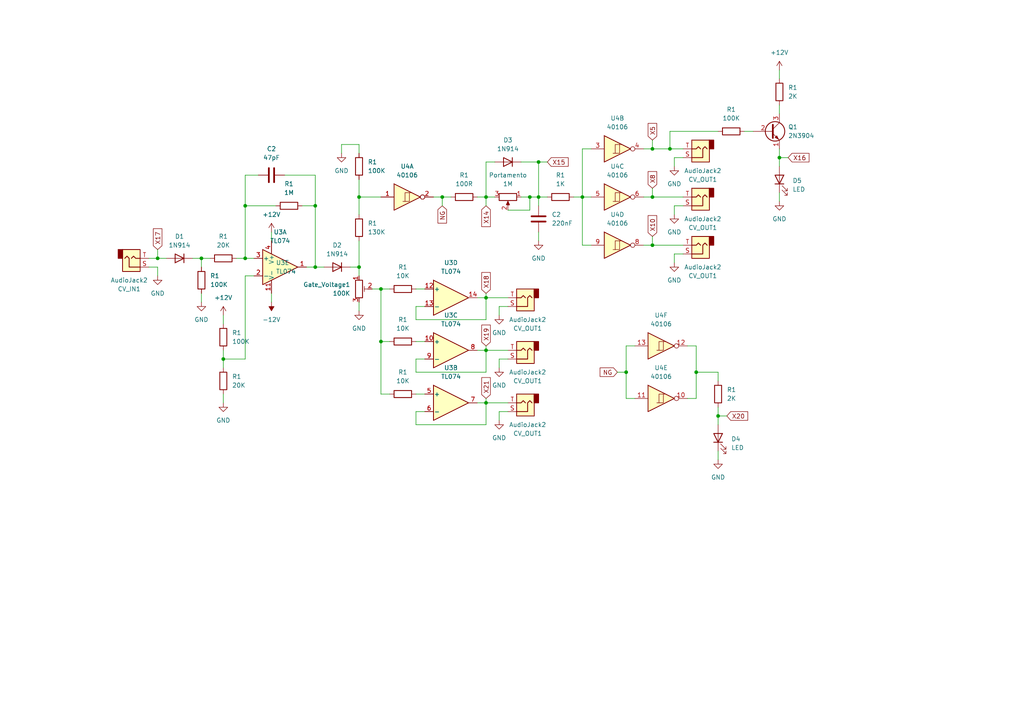
<source format=kicad_sch>
(kicad_sch (version 20230121) (generator eeschema)
  (paper "A4")
  (lib_symbols
    (symbol "4xxx:40106" (pin_names (offset 1.016))
      (property "Reference" "U" (at 0 1.27 0))
      (property "Value" "40106" (at 0 -1.27 0))
      (symbol "40106_1_0"
        (polyline (pts (xy -0.635 -1.27) (xy -0.635 1.27) (xy 0.635 1.27)))
        (polyline (pts (xy -3.81 3.81) (xy -3.81 -3.81) (xy 3.81 0) (xy -3.81 3.81)) (stroke (width 0.254)) (fill (type background)))
        (polyline (pts (xy -1.27 -1.27) (xy 0.635 -1.27) (xy 0.635 1.27) (xy 1.27 1.27)))
        (pin input line (at -7.62 0 0) (length 3.81) (name "~") (number "1"))
        (pin output inverted (at 7.62 0 180) (length 3.81) (name "~") (number "2"))
      )
      (symbol "40106_2_0"
        (polyline (pts (xy -0.635 -1.27) (xy -0.635 1.27) (xy 0.635 1.27)))
        (polyline (pts (xy -3.81 3.81) (xy -3.81 -3.81) (xy 3.81 0) (xy -3.81 3.81)) (stroke (width 0.254)) (fill (type background)))
        (polyline (pts (xy -1.27 -1.27) (xy 0.635 -1.27) (xy 0.635 1.27) (xy 1.27 1.27)))
        (pin input line (at -7.62 0 0) (length 3.81) (name "~") (number "3"))
        (pin output inverted (at 7.62 0 180) (length 3.81) (name "~") (number "4"))
      )
      (symbol "40106_3_0"
        (polyline (pts (xy -0.635 -1.27) (xy -0.635 1.27) (xy 0.635 1.27)))
        (polyline (pts (xy -3.81 3.81) (xy -3.81 -3.81) (xy 3.81 0) (xy -3.81 3.81)) (stroke (width 0.254)) (fill (type background)))
        (polyline (pts (xy -1.27 -1.27) (xy 0.635 -1.27) (xy 0.635 1.27) (xy 1.27 1.27)))
        (pin input line (at -7.62 0 0) (length 3.81) (name "~") (number "5"))
        (pin output inverted (at 7.62 0 180) (length 3.81) (name "~") (number "6"))
      )
      (symbol "40106_4_0"
        (polyline (pts (xy -0.635 -1.27) (xy -0.635 1.27) (xy 0.635 1.27)))
        (polyline (pts (xy -3.81 3.81) (xy -3.81 -3.81) (xy 3.81 0) (xy -3.81 3.81)) (stroke (width 0.254)) (fill (type background)))
        (polyline (pts (xy -1.27 -1.27) (xy 0.635 -1.27) (xy 0.635 1.27) (xy 1.27 1.27)))
        (pin output inverted (at 7.62 0 180) (length 3.81) (name "~") (number "8"))
        (pin input line (at -7.62 0 0) (length 3.81) (name "~") (number "9"))
      )
      (symbol "40106_5_0"
        (polyline (pts (xy -0.635 -1.27) (xy -0.635 1.27) (xy 0.635 1.27)))
        (polyline (pts (xy -3.81 3.81) (xy -3.81 -3.81) (xy 3.81 0) (xy -3.81 3.81)) (stroke (width 0.254)) (fill (type background)))
        (polyline (pts (xy -1.27 -1.27) (xy 0.635 -1.27) (xy 0.635 1.27) (xy 1.27 1.27)))
        (pin output inverted (at 7.62 0 180) (length 3.81) (name "~") (number "10"))
        (pin input line (at -7.62 0 0) (length 3.81) (name "~") (number "11"))
      )
      (symbol "40106_6_0"
        (polyline (pts (xy -0.635 -1.27) (xy -0.635 1.27) (xy 0.635 1.27)))
        (polyline (pts (xy -3.81 3.81) (xy -3.81 -3.81) (xy 3.81 0) (xy -3.81 3.81)) (stroke (width 0.254)) (fill (type background)))
        (polyline (pts (xy -1.27 -1.27) (xy 0.635 -1.27) (xy 0.635 1.27) (xy 1.27 1.27)))
        (pin output inverted (at 7.62 0 180) (length 3.81) (name "~") (number "12"))
        (pin input line (at -7.62 0 0) (length 3.81) (name "~") (number "13"))
      )
      (symbol "40106_7_0"
        (pin power_in line (at 0 12.7 270) (length 5.08) (name "VDD") (number "14"))
        (pin power_in line (at 0 -12.7 90) (length 5.08) (name "VSS") (number "7"))
      )
      (symbol "40106_7_1"
        (rectangle (start -5.08 7.62) (end 5.08 -7.62) (stroke (width 0.254)) (fill (type background)))
      )
    )
    (symbol "Amplifier_Operational:TL074" (pin_names (offset 0.127))
      (property "Reference" "U" (at 0 5.08 0))
      (property "Value" "TL074" (at 0 -5.08 0))
      (symbol "TL074_1_1"
        (polyline (pts (xy -5.08 5.08) (xy 5.08 0) (xy -5.08 -5.08) (xy -5.08 5.08)) (stroke (width 0.254)) (fill (type background)))
        (pin output line (at 7.62 0 180) (length 2.54) (name "~") (number "1"))
        (pin input line (at -7.62 -2.54 0) (length 2.54) (name "-") (number "2"))
        (pin input line (at -7.62 2.54 0) (length 2.54) (name "+") (number "3"))
      )
      (symbol "TL074_2_1"
        (polyline (pts (xy -5.08 5.08) (xy 5.08 0) (xy -5.08 -5.08) (xy -5.08 5.08)) (stroke (width 0.254)) (fill (type background)))
        (pin input line (at -7.62 2.54 0) (length 2.54) (name "+") (number "5"))
        (pin input line (at -7.62 -2.54 0) (length 2.54) (name "-") (number "6"))
        (pin output line (at 7.62 0 180) (length 2.54) (name "~") (number "7"))
      )
      (symbol "TL074_3_1"
        (polyline (pts (xy -5.08 5.08) (xy 5.08 0) (xy -5.08 -5.08) (xy -5.08 5.08)) (stroke (width 0.254)) (fill (type background)))
        (pin input line (at -7.62 2.54 0) (length 2.54) (name "+") (number "10"))
        (pin output line (at 7.62 0 180) (length 2.54) (name "~") (number "8"))
        (pin input line (at -7.62 -2.54 0) (length 2.54) (name "-") (number "9"))
      )
      (symbol "TL074_4_1"
        (polyline (pts (xy -5.08 5.08) (xy 5.08 0) (xy -5.08 -5.08) (xy -5.08 5.08)) (stroke (width 0.254)) (fill (type background)))
        (pin input line (at -7.62 2.54 0) (length 2.54) (name "+") (number "12"))
        (pin input line (at -7.62 -2.54 0) (length 2.54) (name "-") (number "13"))
        (pin output line (at 7.62 0 180) (length 2.54) (name "~") (number "14"))
      )
      (symbol "TL074_5_1"
        (pin power_in line (at -2.54 -7.62 90) (length 3.81) (name "V-") (number "11"))
        (pin power_in line (at -2.54 7.62 270) (length 3.81) (name "V+") (number "4"))
      )
    )
    (symbol "Connector-github:AudioJack2"
      (property "Reference" "J" (at 0 8.89 0))
      (property "Value" "AudioJack2" (at 0 6.35 0))
      (symbol "AudioJack2_0_1"
        (rectangle (start -3.81 0) (end -2.54 -2.54) (stroke (width 0.254)) (fill (type outline)))
        (rectangle (start -2.54 3.81) (end 2.54 -2.54) (stroke (width 0.254)) (fill (type background)))
        (polyline (pts (xy 0 0) (xy 0.635 -0.635) (xy 1.27 0) (xy 2.54 0)) (stroke (width 0.254)))
        (polyline (pts (xy 2.54 2.54) (xy -0.635 2.54) (xy -0.635 0) (xy -1.27 -0.635) (xy -1.905 0)) (stroke (width 0.254)))
      )
      (symbol "AudioJack2_1_1"
        (pin passive line (at 5.08 2.54 180) (length 2.54) (name "~") (number "S"))
        (pin passive line (at 5.08 0 180) (length 2.54) (name "~") (number "T"))
      )
    )
    (symbol "Device:C" (pin_numbers hide) (pin_names (offset 0.254))
      (property "Reference" "C" (at 0.635 2.54 0))
      (property "Value" "C" (at 0.635 -2.54 0))
      (symbol "C_0_1"
        (polyline (pts (xy -2.032 -0.762) (xy 2.032 -0.762)) (stroke (width 0.508)))
        (polyline (pts (xy -2.032 0.762) (xy 2.032 0.762)) (stroke (width 0.508)))
      )
      (symbol "C_1_1"
        (pin passive line (at 0 3.81 270) (length 2.794) (name "~") (number "1"))
        (pin passive line (at 0 -3.81 90) (length 2.794) (name "~") (number "2"))
      )
    )
    (symbol "Device:LED" (pin_numbers hide) (pin_names (offset 1.016) hide)
      (property "Reference" "D" (at 0 2.54 0))
      (property "Value" "LED" (at 0 -2.54 0))
      (symbol "LED_0_1"
        (polyline (pts (xy -1.27 -1.27) (xy -1.27 1.27)) (stroke (width 0.254)))
        (polyline (pts (xy -1.27 0) (xy 1.27 0)))
        (polyline (pts (xy 1.27 -1.27) (xy 1.27 1.27) (xy -1.27 0) (xy 1.27 -1.27)) (stroke (width 0.254)))
        (polyline (pts (xy -3.048 -0.762) (xy -4.572 -2.286) (xy -3.81 -2.286) (xy -4.572 -2.286) (xy -4.572 -1.524)))
        (polyline (pts (xy -1.778 -0.762) (xy -3.302 -2.286) (xy -2.54 -2.286) (xy -3.302 -2.286) (xy -3.302 -1.524)))
      )
      (symbol "LED_1_1"
        (pin passive line (at -3.81 0 0) (length 2.54) (name "K") (number "1"))
        (pin passive line (at 3.81 0 180) (length 2.54) (name "A") (number "2"))
      )
    )
    (symbol "Device:R" (pin_numbers hide) (pin_names (offset 0))
      (property "Reference" "R" (at 2.032 0 90))
      (property "Value" "R" (at 0 0 90))
      (symbol "R_0_1"
        (rectangle (start -1.016 -2.54) (end 1.016 2.54) (stroke (width 0.254)))
      )
      (symbol "R_1_1"
        (pin passive line (at 0 3.81 270) (length 1.27) (name "~") (number "1"))
        (pin passive line (at 0 -3.81 90) (length 1.27) (name "~") (number "2"))
      )
    )
    (symbol "Device:R_Potentiometer" (pin_names (offset 1.016) hide)
      (property "Reference" "RV" (at -4.445 0 90))
      (property "Value" "R_Potentiometer" (at -2.54 0 90))
      (symbol "R_Potentiometer_0_1"
        (polyline (pts (xy 2.54 0) (xy 1.524 0)))
        (polyline (pts (xy 1.143 0) (xy 2.286 0.508) (xy 2.286 -0.508) (xy 1.143 0)) (fill (type outline)))
        (rectangle (start 1.016 2.54) (end -1.016 -2.54) (stroke (width 0.254)))
      )
      (symbol "R_Potentiometer_1_1"
        (pin passive line (at 0 3.81 270) (length 1.27) (name "1") (number "1"))
        (pin passive line (at 3.81 0 180) (length 1.27) (name "2") (number "2"))
        (pin passive line (at 0 -3.81 90) (length 1.27) (name "3") (number "3"))
      )
    )
    (symbol "Device:R_Potentiometer_Trim" (pin_names (offset 1.016) hide)
      (property "Reference" "RV" (at -4.445 0 90))
      (property "Value" "R_Potentiometer_Trim" (at -2.54 0 90))
      (symbol "R_Potentiometer_Trim_0_1"
        (polyline (pts (xy 1.524 0.762) (xy 1.524 -0.762)))
        (polyline (pts (xy 2.54 0) (xy 1.524 0)))
        (rectangle (start 1.016 2.54) (end -1.016 -2.54) (stroke (width 0.254)))
      )
      (symbol "R_Potentiometer_Trim_1_1"
        (pin passive line (at 0 3.81 270) (length 1.27) (name "1") (number "1"))
        (pin passive line (at 3.81 0 180) (length 1.27) (name "2") (number "2"))
        (pin passive line (at 0 -3.81 90) (length 1.27) (name "3") (number "3"))
      )
    )
    (symbol "Diode:1N914" (pin_numbers hide) (pin_names hide)
      (property "Reference" "D" (at 0 2.54 0))
      (property "Value" "1N914" (at 0 -2.54 0))
      (symbol "1N914_0_1"
        (polyline (pts (xy -1.27 1.27) (xy -1.27 -1.27)) (stroke (width 0.254)))
        (polyline (pts (xy 1.27 0) (xy -1.27 0)))
        (polyline (pts (xy 1.27 1.27) (xy 1.27 -1.27) (xy -1.27 0) (xy 1.27 1.27)) (stroke (width 0.254)))
      )
      (symbol "1N914_1_1"
        (pin passive line (at -3.81 0 0) (length 2.54) (name "K") (number "1"))
        (pin passive line (at 3.81 0 180) (length 2.54) (name "A") (number "2"))
      )
    )
    (symbol "Transistor_BJT:2N3904" (pin_names (offset 0) hide)
      (property "Reference" "Q" (at 5.08 1.905 0))
      (property "Value" "2N3904" (at 5.08 0 0))
      (symbol "2N3904_0_1"
        (polyline (pts (xy 0.635 0.635) (xy 2.54 2.54)))
        (polyline (pts (xy 0.635 -0.635) (xy 2.54 -2.54) (xy 2.54 -2.54)))
        (polyline (pts (xy 0.635 1.905) (xy 0.635 -1.905) (xy 0.635 -1.905)) (stroke (width 0.508)))
        (polyline (pts (xy 1.27 -1.778) (xy 1.778 -1.27) (xy 2.286 -2.286) (xy 1.27 -1.778) (xy 1.27 -1.778)) (fill (type outline)))
        (circle (center 1.27 0) (radius 2.8194) (stroke (width 0.254)))
      )
      (symbol "2N3904_1_1"
        (pin passive line (at 2.54 -5.08 90) (length 2.54) (name "E") (number "1"))
        (pin passive line (at -5.08 0 0) (length 5.715) (name "B") (number "2"))
        (pin passive line (at 2.54 5.08 270) (length 2.54) (name "C") (number "3"))
      )
    )
    (symbol "power:+12V" (power) (pin_names (offset 0))
      (property "Value" "+12V" (at 0 3.556 0))
      (symbol "+12V_0_1"
        (polyline (pts (xy -0.762 1.27) (xy 0 2.54)))
        (polyline (pts (xy 0 0) (xy 0 2.54)))
        (polyline (pts (xy 0 2.54) (xy 0.762 1.27)))
      )
      (symbol "+12V_1_1"
        (pin power_in line (at 0 0 90) (length 0) hide (name "+12V") (number "1"))
      )
    )
    (symbol "power:-12V" (power) (pin_names (offset 0))
      (property "Value" "-12V" (at 0 3.81 0))
      (symbol "-12V_0_0"
        (pin power_in line (at 0 0 90) (length 0) hide (name "-12V") (number "1"))
      )
      (symbol "-12V_0_1"
        (polyline (pts (xy 0 0) (xy 0 1.27) (xy 0.762 1.27) (xy 0 2.54) (xy -0.762 1.27) (xy 0 1.27)) (fill (type outline)))
      )
    )
    (symbol "power:GND" (power) (pin_names (offset 0))
      (property "Value" "GND" (at 0 -3.81 0))
      (symbol "GND_0_1"
        (polyline (pts (xy 0 0) (xy 0 -1.27) (xy 1.27 -1.27) (xy 0 -2.54) (xy -1.27 -1.27) (xy 0 -1.27)))
      )
      (symbol "GND_1_1"
        (pin power_in line (at 0 0 270) (length 0) hide (name "GND") (number "1"))
      )
    )
  )
  (junction (at 140.97 101.6))
  (junction (at 208.28 120.65))
  (junction (at 189.23 57.15))
  (junction (at 153.67 57.15))
  (junction (at 189.23 71.12))
  (junction (at 91.44 77.47))
  (junction (at 104.14 77.47))
  (junction (at 64.77 104.14))
  (junction (at 189.23 43.18))
  (junction (at 45.72 74.93))
  (junction (at 226.06 45.72))
  (junction (at 110.49 83.82))
  (junction (at 71.12 74.93))
  (junction (at 181.61 107.95))
  (junction (at 156.21 46.99))
  (junction (at 201.93 107.95))
  (junction (at 140.97 86.36))
  (junction (at 91.44 59.69))
  (junction (at 140.97 57.15))
  (junction (at 194.31 43.18))
  (junction (at 71.12 59.69))
  (junction (at 104.14 57.15))
  (junction (at 128.27 57.15))
  (junction (at 168.91 57.15))
  (junction (at 110.49 99.06))
  (junction (at 140.97 116.84))
  (junction (at 58.42 74.93))
  (junction (at 156.21 57.15))
  (wire (pts (xy 140.97 57.15) (xy 143.51 57.15)))
  (wire (pts (xy 226.06 20.32) (xy 226.06 22.86)))
  (wire (pts (xy 73.66 80.01) (xy 71.12 80.01)))
  (wire (pts (xy 189.23 40.64) (xy 189.23 43.18)))
  (wire (pts (xy 171.45 71.12) (xy 168.91 71.12)))
  (wire (pts (xy 64.77 104.14) (xy 64.77 106.68)))
  (wire (pts (xy 140.97 86.36) (xy 147.32 86.36)))
  (wire (pts (xy 208.28 107.95) (xy 201.93 107.95)))
  (wire (pts (xy 120.65 83.82) (xy 123.19 83.82)))
  (wire (pts (xy 151.13 57.15) (xy 153.67 57.15)))
  (wire (pts (xy 168.91 57.15) (xy 171.45 57.15)))
  (wire (pts (xy 153.67 60.96) (xy 153.67 57.15)))
  (wire (pts (xy 199.39 100.33) (xy 201.93 100.33)))
  (wire (pts (xy 140.97 101.6) (xy 147.32 101.6)))
  (wire (pts (xy 140.97 57.15) (xy 140.97 59.69)))
  (wire (pts (xy 91.44 50.8) (xy 91.44 59.69)))
  (wire (pts (xy 201.93 115.57) (xy 199.39 115.57)))
  (wire (pts (xy 208.28 38.1) (xy 194.31 38.1)))
  (wire (pts (xy 189.23 57.15) (xy 198.12 57.15)))
  (wire (pts (xy 226.06 45.72) (xy 226.06 43.18)))
  (wire (pts (xy 140.97 115.57) (xy 140.97 116.84)))
  (wire (pts (xy 64.77 101.6) (xy 64.77 104.14)))
  (wire (pts (xy 104.14 44.45) (xy 104.14 41.91)))
  (wire (pts (xy 123.19 88.9) (xy 120.65 88.9)))
  (wire (pts (xy 168.91 57.15) (xy 166.37 57.15)))
  (wire (pts (xy 198.12 59.69) (xy 195.58 59.69)))
  (wire (pts (xy 140.97 116.84) (xy 138.43 116.84)))
  (wire (pts (xy 110.49 83.82) (xy 113.03 83.82)))
  (wire (pts (xy 120.65 99.06) (xy 123.19 99.06)))
  (wire (pts (xy 99.06 41.91) (xy 99.06 44.45)))
  (wire (pts (xy 194.31 38.1) (xy 194.31 43.18)))
  (wire (pts (xy 195.58 73.66) (xy 198.12 73.66)))
  (wire (pts (xy 201.93 100.33) (xy 201.93 107.95)))
  (wire (pts (xy 45.72 72.39) (xy 45.72 74.93)))
  (wire (pts (xy 128.27 57.15) (xy 130.81 57.15)))
  (wire (pts (xy 153.67 57.15) (xy 156.21 57.15)))
  (wire (pts (xy 195.58 76.2) (xy 195.58 73.66)))
  (wire (pts (xy 120.65 88.9) (xy 120.65 92.71)))
  (wire (pts (xy 151.13 46.99) (xy 156.21 46.99)))
  (wire (pts (xy 125.73 57.15) (xy 128.27 57.15)))
  (wire (pts (xy 147.32 119.38) (xy 144.78 119.38)))
  (wire (pts (xy 198.12 45.72) (xy 195.58 45.72)))
  (wire (pts (xy 104.14 77.47) (xy 104.14 80.01)))
  (wire (pts (xy 140.97 101.6) (xy 138.43 101.6)))
  (wire (pts (xy 226.06 45.72) (xy 228.6 45.72)))
  (wire (pts (xy 91.44 77.47) (xy 93.98 77.47)))
  (wire (pts (xy 58.42 85.09) (xy 58.42 87.63)))
  (wire (pts (xy 181.61 115.57) (xy 181.61 107.95)))
  (wire (pts (xy 147.32 104.14) (xy 144.78 104.14)))
  (wire (pts (xy 189.23 43.18) (xy 194.31 43.18)))
  (wire (pts (xy 71.12 50.8) (xy 71.12 59.69)))
  (wire (pts (xy 104.14 87.63) (xy 104.14 90.17)))
  (wire (pts (xy 71.12 104.14) (xy 64.77 104.14)))
  (wire (pts (xy 218.44 38.1) (xy 215.9 38.1)))
  (wire (pts (xy 158.75 57.15) (xy 156.21 57.15)))
  (wire (pts (xy 64.77 91.44) (xy 64.77 93.98)))
  (wire (pts (xy 147.32 88.9) (xy 144.78 88.9)))
  (wire (pts (xy 194.31 43.18) (xy 198.12 43.18)))
  (wire (pts (xy 208.28 110.49) (xy 208.28 107.95)))
  (wire (pts (xy 91.44 59.69) (xy 91.44 77.47)))
  (wire (pts (xy 107.95 83.82) (xy 110.49 83.82)))
  (wire (pts (xy 110.49 99.06) (xy 113.03 99.06)))
  (wire (pts (xy 184.15 115.57) (xy 181.61 115.57)))
  (wire (pts (xy 195.58 59.69) (xy 195.58 62.23)))
  (wire (pts (xy 58.42 74.93) (xy 55.88 74.93)))
  (wire (pts (xy 120.65 114.3) (xy 123.19 114.3)))
  (wire (pts (xy 226.06 48.26) (xy 226.06 45.72)))
  (wire (pts (xy 189.23 54.61) (xy 189.23 57.15)))
  (wire (pts (xy 186.69 71.12) (xy 189.23 71.12)))
  (wire (pts (xy 189.23 68.58) (xy 189.23 71.12)))
  (wire (pts (xy 45.72 77.47) (xy 45.72 80.01)))
  (wire (pts (xy 201.93 107.95) (xy 201.93 115.57)))
  (wire (pts (xy 43.18 74.93) (xy 45.72 74.93)))
  (wire (pts (xy 73.66 74.93) (xy 71.12 74.93)))
  (wire (pts (xy 91.44 77.47) (xy 88.9 77.47)))
  (wire (pts (xy 140.97 100.33) (xy 140.97 101.6)))
  (wire (pts (xy 226.06 30.48) (xy 226.06 33.02)))
  (wire (pts (xy 140.97 107.95) (xy 140.97 101.6)))
  (wire (pts (xy 43.18 77.47) (xy 45.72 77.47)))
  (wire (pts (xy 138.43 57.15) (xy 140.97 57.15)))
  (wire (pts (xy 71.12 59.69) (xy 71.12 74.93)))
  (wire (pts (xy 144.78 88.9) (xy 144.78 91.44)))
  (wire (pts (xy 144.78 104.14) (xy 144.78 106.68)))
  (wire (pts (xy 184.15 100.33) (xy 181.61 100.33)))
  (wire (pts (xy 128.27 57.15) (xy 128.27 59.69)))
  (wire (pts (xy 208.28 123.19) (xy 208.28 120.65)))
  (wire (pts (xy 110.49 114.3) (xy 110.49 99.06)))
  (wire (pts (xy 140.97 46.99) (xy 140.97 57.15)))
  (wire (pts (xy 74.93 50.8) (xy 71.12 50.8)))
  (wire (pts (xy 181.61 107.95) (xy 179.07 107.95)))
  (wire (pts (xy 140.97 92.71) (xy 140.97 86.36)))
  (wire (pts (xy 71.12 80.01) (xy 71.12 104.14)))
  (wire (pts (xy 156.21 57.15) (xy 156.21 59.69)))
  (wire (pts (xy 120.65 107.95) (xy 140.97 107.95)))
  (wire (pts (xy 147.32 60.96) (xy 153.67 60.96)))
  (wire (pts (xy 156.21 67.31) (xy 156.21 69.85)))
  (wire (pts (xy 140.97 116.84) (xy 147.32 116.84)))
  (wire (pts (xy 123.19 119.38) (xy 120.65 119.38)))
  (wire (pts (xy 104.14 57.15) (xy 110.49 57.15)))
  (wire (pts (xy 113.03 114.3) (xy 110.49 114.3)))
  (wire (pts (xy 226.06 58.42) (xy 226.06 55.88)))
  (wire (pts (xy 208.28 133.35) (xy 208.28 130.81)))
  (wire (pts (xy 123.19 104.14) (xy 120.65 104.14)))
  (wire (pts (xy 78.74 67.31) (xy 78.74 69.85)))
  (wire (pts (xy 104.14 57.15) (xy 104.14 62.23)))
  (wire (pts (xy 120.65 123.19) (xy 140.97 123.19)))
  (wire (pts (xy 87.63 59.69) (xy 91.44 59.69)))
  (wire (pts (xy 144.78 119.38) (xy 144.78 121.92)))
  (wire (pts (xy 120.65 92.71) (xy 140.97 92.71)))
  (wire (pts (xy 64.77 114.3) (xy 64.77 116.84)))
  (wire (pts (xy 110.49 99.06) (xy 110.49 83.82)))
  (wire (pts (xy 104.14 52.07) (xy 104.14 57.15)))
  (wire (pts (xy 101.6 77.47) (xy 104.14 77.47)))
  (wire (pts (xy 104.14 41.91) (xy 99.06 41.91)))
  (wire (pts (xy 181.61 100.33) (xy 181.61 107.95)))
  (wire (pts (xy 78.74 85.09) (xy 78.74 87.63)))
  (wire (pts (xy 189.23 71.12) (xy 198.12 71.12)))
  (wire (pts (xy 186.69 43.18) (xy 189.23 43.18)))
  (wire (pts (xy 208.28 120.65) (xy 208.28 118.11)))
  (wire (pts (xy 104.14 69.85) (xy 104.14 77.47)))
  (wire (pts (xy 120.65 119.38) (xy 120.65 123.19)))
  (wire (pts (xy 143.51 46.99) (xy 140.97 46.99)))
  (wire (pts (xy 140.97 123.19) (xy 140.97 116.84)))
  (wire (pts (xy 71.12 59.69) (xy 80.01 59.69)))
  (wire (pts (xy 58.42 74.93) (xy 58.42 77.47)))
  (wire (pts (xy 171.45 43.18) (xy 168.91 43.18)))
  (wire (pts (xy 168.91 43.18) (xy 168.91 57.15)))
  (wire (pts (xy 82.55 50.8) (xy 91.44 50.8)))
  (wire (pts (xy 156.21 46.99) (xy 156.21 57.15)))
  (wire (pts (xy 156.21 46.99) (xy 158.75 46.99)))
  (wire (pts (xy 140.97 86.36) (xy 138.43 86.36)))
  (wire (pts (xy 140.97 85.09) (xy 140.97 86.36)))
  (wire (pts (xy 60.96 74.93) (xy 58.42 74.93)))
  (wire (pts (xy 195.58 45.72) (xy 195.58 48.26)))
  (wire (pts (xy 208.28 120.65) (xy 210.82 120.65)))
  (wire (pts (xy 186.69 57.15) (xy 189.23 57.15)))
  (wire (pts (xy 71.12 74.93) (xy 68.58 74.93)))
  (wire (pts (xy 120.65 104.14) (xy 120.65 107.95)))
  (wire (pts (xy 168.91 71.12) (xy 168.91 57.15)))
  (wire (pts (xy 48.26 74.93) (xy 45.72 74.93)))
  (global_label "X17" (shape input) (at 45.72 72.39 90) (property "Intersheetrefs" "${INTERSHEET_REFS}" (effects hide)))
  (global_label "X14" (shape input) (at 140.97 59.69 270) (property "Intersheetrefs" "${INTERSHEET_REFS}" (effects hide)))
  (global_label "NG" (shape input) (at 128.27 59.69 270) (property "Intersheetrefs" "${INTERSHEET_REFS}" (effects hide)))
  (global_label "X16" (shape input) (at 228.6 45.72 0) (property "Intersheetrefs" "${INTERSHEET_REFS}" (effects hide)))
  (global_label "X8" (shape input) (at 189.23 54.61 90) (property "Intersheetrefs" "${INTERSHEET_REFS}" (effects hide)))
  (global_label "X10" (shape input) (at 189.23 68.58 90) (property "Intersheetrefs" "${INTERSHEET_REFS}" (effects hide)))
  (global_label "NG" (shape input) (at 179.07 107.95 180) (property "Intersheetrefs" "${INTERSHEET_REFS}" (effects hide)))
  (global_label "X19" (shape input) (at 140.97 100.33 90) (property "Intersheetrefs" "${INTERSHEET_REFS}" (effects hide)))
  (global_label "X18" (shape input) (at 140.97 85.09 90) (property "Intersheetrefs" "${INTERSHEET_REFS}" (effects hide)))
  (global_label "X5" (shape input) (at 189.23 40.64 90) (property "Intersheetrefs" "${INTERSHEET_REFS}" (effects hide)))
  (global_label "X20" (shape input) (at 210.82 120.65 0) (property "Intersheetrefs" "${INTERSHEET_REFS}" (effects hide)))
  (global_label "X21" (shape input) (at 140.97 115.57 90) (property "Intersheetrefs" "${INTERSHEET_REFS}" (effects hide)))
  (global_label "X15" (shape input) (at 158.75 46.99 0) (property "Intersheetrefs" "${INTERSHEET_REFS}" (effects hide)))
  (symbol (lib_id "power:GND") (at 144.78 121.92 0) (unit 1)
    (property "Reference" "#PWR051" (effects hide))
    (property "Value" "GND" (at 144.78 127 0))
  )
  (symbol (lib_id "Connector-github:AudioJack2") (at 203.2 57.15 180) (unit 1) (on_board no)
    (property "Reference" "CV_OUT1" (at 203.835 66.04 0))
    (property "Value" "AudioJack2" (at 203.835 63.5 0))
    (property "Footprint" "Library:Jack_3.5mm_QingPu_WQP-PJ398SM_Vertical_CircularHoles" (effects hide))
    (instances (project "CV-Gate-Expander" (path "" (reference "CV_OUT1") (unit 1)) (path "" (reference "GATE_OUT5") (unit 1))))
  )
  (symbol (lib_id "Amplifier_Operational:TL074") (at 130.81 86.36 0) (unit 4)
    (property "Reference" "U3" (at 130.81 76.2 0))
    (property "Value" "TL074" (at 130.81 78.74 0))
    (property "Footprint" "Package_DIP:DIP-14_W7.62mm_Socket_LongPads" (effects hide))
    (property "Datasheet" "http://www.ti.com/lit/ds/symlink/tl071.pdf" (effects hide))
    (instances (project "CV-Gate-Expander" (path "" (reference "U3") (unit 4)) (path "" (reference "U5") (unit 4))))
  )
  (symbol (lib_id "Device:R") (at 116.84 114.3 270) (unit 1)
    (property "Reference" "R1" (at 116.84 107.95 90))
    (property "Value" "10K" (at 116.84 110.49 90))
    (property "Footprint" "Library:R_Axial_DIN0207_L6.3mm_D2.5mm_P7.62mm_Horizontal" (effects hide))
    (instances (project "CV-Gate-Expander" (path "" (reference "R1") (unit 1)) (path "" (reference "R21") (unit 1))))
  )
  (symbol (lib_id "power:GND") (at 195.58 62.23 0) (unit 1)
    (property "Reference" "#PWR054" (effects hide))
    (property "Value" "GND" (at 195.58 67.31 0))
  )
  (symbol (lib_id "Connector-github:AudioJack2") (at 38.1 74.93 0) (mirror x) (unit 1) (on_board no)
    (property "Reference" "CV_IN1" (at 37.465 83.82 0))
    (property "Value" "AudioJack2" (at 37.465 81.28 0))
    (property "Footprint" "Library:Jack_3.5mm_QingPu_WQP-PJ398SM_Vertical_CircularHoles" (effects hide))
    (instances (project "CV-Gate-Expander" (path "" (reference "CV_IN1") (unit 1)) (path "" (reference "CV_IN3") (unit 1))))
  )
  (symbol (lib_id "Device:R_Potentiometer_Trim") (at 104.14 83.82 0) (unit 1)
    (property "Reference" "Gate_Voltage1" (at 101.6 82.55 0) (effects (justify right)))
    (property "Value" "100K" (at 101.6 85.09 0) (effects (justify right)))
    (property "Footprint" "Potentiometer_THT:Potentiometer_Bourns_3296W_Vertical" (effects hide))
  )
  (symbol (lib_id "Device:R") (at 116.84 99.06 270) (unit 1)
    (property "Reference" "R1" (at 116.84 92.71 90))
    (property "Value" "10K" (at 116.84 95.25 90))
    (property "Footprint" "Library:R_Axial_DIN0207_L6.3mm_D2.5mm_P7.62mm_Horizontal" (effects hide))
    (instances (project "CV-Gate-Expander" (path "" (reference "R1") (unit 1)) (path "" (reference "R20") (unit 1))))
  )
  (symbol (lib_id "power:GND") (at 208.28 133.35 0) (unit 1)
    (property "Reference" "#PWR056" (effects hide))
    (property "Value" "GND" (at 208.28 138.43 0))
  )
  (symbol (lib_id "Diode:1N914") (at 52.07 74.93 180) (unit 1)
    (property "Reference" "D1" (at 52.07 68.58 0))
    (property "Value" "1N914" (at 52.07 71.12 0))
    (property "Footprint" "Diode_THT:D_DO-35_SOD27_P7.62mm_Horizontal" (effects hide))
    (property "Datasheet" "http://www.vishay.com/docs/85622/1n914.pdf" (effects hide))
    (property "Sim.Device" "D" (effects hide))
    (property "Sim.Pins" "1=K 2=A" (effects hide))
  )
  (symbol (lib_id "power:GND") (at 195.58 76.2 0) (unit 1)
    (property "Reference" "#PWR055" (effects hide))
    (property "Value" "GND" (at 195.58 81.28 0))
  )
  (symbol (lib_id "Transistor_BJT:2N3904") (at 223.52 38.1 0) (unit 1)
    (property "Reference" "Q1" (at 228.6 36.83 0) (effects (justify left)))
    (property "Value" "2N3904" (at 228.6 39.37 0) (effects (justify left)))
    (property "Footprint" "Package_TO_SOT_THT:TO-92_Inline" (effects hide))
    (property "Datasheet" "https://www.onsemi.com/pub/Collateral/2N3903-D.PDF" (effects hide))
  )
  (symbol (lib_id "Device:R") (at 134.62 57.15 270) (unit 1)
    (property "Reference" "R1" (at 134.62 50.8 90))
    (property "Value" "100R" (at 134.62 53.34 90))
    (property "Footprint" "Library:R_Axial_DIN0207_L6.3mm_D2.5mm_P7.62mm_Horizontal" (effects hide))
    (instances (project "CV-Gate-Expander" (path "" (reference "R1") (unit 1)) (path "" (reference "R22") (unit 1))))
  )
  (symbol (lib_id "Device:LED") (at 208.28 127 90) (unit 1) (on_board no)
    (property "Reference" "D4" (at 212.09 127.3175 90) (effects (justify right)))
    (property "Value" "LED" (at 212.09 129.8575 90) (effects (justify right)))
    (property "Footprint" "LED_THT:LED_D3.0mm" (effects hide))
  )
  (symbol (lib_id "Device:R") (at 116.84 83.82 270) (unit 1)
    (property "Reference" "R1" (at 116.84 77.47 90))
    (property "Value" "10K" (at 116.84 80.01 90))
    (property "Footprint" "Library:R_Axial_DIN0207_L6.3mm_D2.5mm_P7.62mm_Horizontal" (effects hide))
    (instances (project "CV-Gate-Expander" (path "" (reference "R1") (unit 1)) (path "" (reference "R19") (unit 1))))
  )
  (symbol (lib_id "Diode:1N914") (at 147.32 46.99 180) (unit 1)
    (property "Reference" "D3" (at 147.32 40.64 0))
    (property "Value" "1N914" (at 147.32 43.18 0))
    (property "Footprint" "Diode_THT:D_DO-35_SOD27_P7.62mm_Horizontal" (effects hide))
    (property "Datasheet" "http://www.vishay.com/docs/85622/1n914.pdf" (effects hide))
    (property "Sim.Device" "D" (effects hide))
    (property "Sim.Pins" "1=K 2=A" (effects hide))
  )
  (symbol (lib_id "Device:LED") (at 226.06 52.07 90) (unit 1) (on_board no)
    (property "Reference" "D5" (at 229.87 52.3875 90) (effects (justify right)))
    (property "Value" "LED" (at 229.87 54.9275 90) (effects (justify right)))
    (property "Footprint" "LED_THT:LED_D3.0mm" (effects hide))
  )
  (symbol (lib_id "power:GND") (at 104.14 90.17 0) (unit 1)
    (property "Reference" "#PWR048" (effects hide))
    (property "Value" "GND" (at 104.14 95.25 0))
  )
  (symbol (lib_id "4xxx:40106") (at 191.77 100.33 0) (unit 6)
    (property "Reference" "U4" (at 191.77 91.44 0))
    (property "Value" "40106" (at 191.77 93.98 0))
    (property "Footprint" "Package_DIP:DIP-14_W7.62mm_Socket_LongPads" (effects hide))
    (property "Datasheet" "https://assets.nexperia.com/documents/data-sheet/HEF40106B.pdf" (effects hide))
    (instances (project "CV-Gate-Expander" (path "" (reference "U4") (unit 6)) (path "" (reference "U3") (unit 6))))
  )
  (symbol (lib_id "Device:R") (at 64.77 74.93 90) (unit 1)
    (property "Reference" "R1" (at 64.77 68.58 90))
    (property "Value" "20K" (at 64.77 71.12 90))
    (property "Footprint" "Library:R_Axial_DIN0207_L6.3mm_D2.5mm_P7.62mm_Horizontal" (effects hide))
    (instances (project "CV-Gate-Expander" (path "" (reference "R1") (unit 1)) (path "" (reference "R13") (unit 1))))
  )
  (symbol (lib_id "Device:R") (at 83.82 59.69 90) (unit 1)
    (property "Reference" "R1" (at 83.82 53.34 90))
    (property "Value" "1M" (at 83.82 55.88 90))
    (property "Footprint" "Library:R_Axial_DIN0207_L6.3mm_D2.5mm_P7.62mm_Horizontal" (effects hide))
    (instances (project "CV-Gate-Expander" (path "" (reference "R1") (unit 1)) (path "" (reference "R16") (unit 1))))
  )
  (symbol (lib_id "power:GND") (at 226.06 58.42 0) (unit 1)
    (property "Reference" "#PWR058" (effects hide))
    (property "Value" "GND" (at 226.06 63.5 0))
  )
  (symbol (lib_id "Device:R") (at 162.56 57.15 270) (unit 1)
    (property "Reference" "R1" (at 162.56 50.8 90))
    (property "Value" "1K" (at 162.56 53.34 90))
    (property "Footprint" "Library:R_Axial_DIN0207_L6.3mm_D2.5mm_P7.62mm_Horizontal" (effects hide))
    (instances (project "CV-Gate-Expander" (path "" (reference "R1") (unit 1)) (path "" (reference "R23") (unit 1))))
  )
  (symbol (lib_id "Connector-github:AudioJack2") (at 152.4 116.84 180) (unit 1) (on_board no)
    (property "Reference" "CV_OUT1" (at 153.035 125.73 0))
    (property "Value" "AudioJack2" (at 153.035 123.19 0))
    (property "Footprint" "Library:Jack_3.5mm_QingPu_WQP-PJ398SM_Vertical_CircularHoles" (effects hide))
    (instances (project "CV-Gate-Expander" (path "" (reference "CV_OUT1") (unit 1)) (path "" (reference "GATE_OUT3") (unit 1))))
  )
  (symbol (lib_id "Device:R") (at 64.77 110.49 180) (unit 1)
    (property "Reference" "R1" (at 67.31 109.22 0) (effects (justify right)))
    (property "Value" "20K" (at 67.31 111.76 0) (effects (justify right)))
    (property "Footprint" "Library:R_Axial_DIN0207_L6.3mm_D2.5mm_P7.62mm_Horizontal" (effects hide))
    (instances (project "CV-Gate-Expander" (path "" (reference "R1") (unit 1)) (path "" (reference "R15") (unit 1))))
  )
  (symbol (lib_id "power:GND") (at 64.77 116.84 0) (unit 1)
    (property "Reference" "#PWR044" (effects hide))
    (property "Value" "GND" (at 64.77 121.92 0))
  )
  (symbol (lib_id "Amplifier_Operational:TL074") (at 130.81 116.84 0) (unit 2)
    (property "Reference" "U3" (at 130.81 106.68 0))
    (property "Value" "TL074" (at 130.81 109.22 0))
    (property "Footprint" "Package_DIP:DIP-14_W7.62mm_Socket_LongPads" (effects hide))
    (property "Datasheet" "http://www.ti.com/lit/ds/symlink/tl071.pdf" (effects hide))
    (instances (project "CV-Gate-Expander" (path "" (reference "U3") (unit 2)) (path "" (reference "U5") (unit 2))))
  )
  (symbol (lib_id "4xxx:40106") (at 191.77 115.57 0) (unit 5)
    (property "Reference" "U4" (at 191.77 106.68 0))
    (property "Value" "40106" (at 191.77 109.22 0))
    (property "Footprint" "Package_DIP:DIP-14_W7.62mm_Socket_LongPads" (effects hide))
    (property "Datasheet" "https://assets.nexperia.com/documents/data-sheet/HEF40106B.pdf" (effects hide))
    (instances (project "CV-Gate-Expander" (path "" (reference "U4") (unit 5)) (path "" (reference "U3") (unit 5))))
  )
  (symbol (lib_id "Device:R_Potentiometer") (at 147.32 57.15 270) (unit 1) (on_board no)
    (property "Reference" "Portamento" (at 147.32 50.8 90))
    (property "Value" "1M" (at 147.32 53.34 90))
    (instances (project "CV-Gate-Expander" (path "" (reference "Portamento") (unit 1)) (path "" (reference "Gate_Delay1") (unit 1))))
  )
  (symbol (lib_id "power:GND") (at 58.42 87.63 0) (unit 1)
    (property "Reference" "#PWR042" (effects hide))
    (property "Value" "GND" (at 58.42 92.71 0))
  )
  (symbol (lib_id "Device:R") (at 104.14 66.04 180) (unit 1)
    (property "Reference" "R1" (at 106.68 64.77 0) (effects (justify right)))
    (property "Value" "130K" (at 106.68 67.31 0) (effects (justify right)))
    (property "Footprint" "Library:R_Axial_DIN0207_L6.3mm_D2.5mm_P7.62mm_Horizontal" (effects hide))
    (instances (project "CV-Gate-Expander" (path "" (reference "R1") (unit 1)) (path "" (reference "R18") (unit 1))))
  )
  (symbol (lib_id "power:+12V") (at 226.06 20.32 0) (unit 1)
    (property "Reference" "#PWR057" (effects hide))
    (property "Value" "+12V" (at 226.06 15.24 0))
  )
  (symbol (lib_id "Device:C") (at 78.74 50.8 90) (unit 1)
    (property "Reference" "C2" (at 78.74 43.18 90))
    (property "Value" "47pF" (at 78.74 45.72 90))
    (property "Footprint" "Capacitor_THT:C_Disc_D5.0mm_W2.5mm_P2.50mm" (effects hide))
    (instances (project "CV-Gate-Expander" (path "" (reference "C2") (unit 1)) (path "" (reference "C11") (unit 1))))
  )
  (symbol (lib_id "Connector-github:AudioJack2") (at 152.4 86.36 180) (unit 1) (on_board no)
    (property "Reference" "CV_OUT1" (at 153.035 95.25 0))
    (property "Value" "AudioJack2" (at 153.035 92.71 0))
    (property "Footprint" "Library:Jack_3.5mm_QingPu_WQP-PJ398SM_Vertical_CircularHoles" (effects hide))
    (instances (project "CV-Gate-Expander" (path "" (reference "CV_OUT1") (unit 1)) (path "" (reference "GATE_OUT1") (unit 1))))
  )
  (symbol (lib_id "Device:R") (at 226.06 26.67 180) (unit 1)
    (property "Reference" "R1" (at 228.6 25.4 0) (effects (justify right)))
    (property "Value" "2K" (at 228.6 27.94 0) (effects (justify right)))
    (property "Footprint" "Library:R_Axial_DIN0207_L6.3mm_D2.5mm_P7.62mm_Horizontal" (effects hide))
    (instances (project "CV-Gate-Expander" (path "" (reference "R1") (unit 1)) (path "" (reference "R26") (unit 1))))
  )
  (symbol (lib_id "Diode:1N914") (at 97.79 77.47 180) (unit 1)
    (property "Reference" "D2" (at 97.79 71.12 0))
    (property "Value" "1N914" (at 97.79 73.66 0))
    (property "Footprint" "Diode_THT:D_DO-35_SOD27_P7.62mm_Horizontal" (effects hide))
    (property "Datasheet" "http://www.vishay.com/docs/85622/1n914.pdf" (effects hide))
    (property "Sim.Device" "D" (effects hide))
    (property "Sim.Pins" "1=K 2=A" (effects hide))
  )
  (symbol (lib_id "power:+12V") (at 78.74 67.31 0) (unit 1)
    (property "Reference" "#PWR045" (effects hide))
    (property "Value" "+12V" (at 78.74 62.23 0))
  )
  (symbol (lib_id "power:GND") (at 45.72 80.01 0) (unit 1)
    (property "Reference" "#PWR041" (effects hide))
    (property "Value" "GND" (at 45.72 85.09 0))
  )
  (symbol (lib_id "Amplifier_Operational:TL074") (at 81.28 77.47 0) (unit 5)
    (property "Reference" "U3" (at 80.01 76.2 0) (effects (justify left)))
    (property "Value" "TL074" (at 80.01 78.74 0) (effects (justify left)))
    (property "Footprint" "Package_DIP:DIP-14_W7.62mm_Socket_LongPads" (effects hide))
    (property "Datasheet" "http://www.ti.com/lit/ds/symlink/tl071.pdf" (effects hide))
    (instances (project "CV-Gate-Expander" (path "" (reference "U3") (unit 5)) (path "" (reference "U5") (unit 5))))
  )
  (symbol (lib_id "Connector-github:AudioJack2") (at 203.2 71.12 180) (unit 1) (on_board no)
    (property "Reference" "CV_OUT1" (at 203.835 80.01 0))
    (property "Value" "AudioJack2" (at 203.835 77.47 0))
    (property "Footprint" "Library:Jack_3.5mm_QingPu_WQP-PJ398SM_Vertical_CircularHoles" (effects hide))
    (instances (project "CV-Gate-Expander" (path "" (reference "CV_OUT1") (unit 1)) (path "" (reference "GATE_OUT6") (unit 1))))
  )
  (symbol (lib_id "Connector-github:AudioJack2") (at 203.2 43.18 180) (unit 1) (on_board no)
    (property "Reference" "CV_OUT1" (at 203.835 52.07 0))
    (property "Value" "AudioJack2" (at 203.835 49.53 0))
    (property "Footprint" "Library:Jack_3.5mm_QingPu_WQP-PJ398SM_Vertical_CircularHoles" (effects hide))
    (instances (project "CV-Gate-Expander" (path "" (reference "CV_OUT1") (unit 1)) (path "" (reference "GATE_OUT4") (unit 1))))
  )
  (symbol (lib_id "Device:R") (at 64.77 97.79 180) (unit 1)
    (property "Reference" "R1" (at 67.31 96.52 0) (effects (justify right)))
    (property "Value" "100K" (at 67.31 99.06 0) (effects (justify right)))
    (property "Footprint" "Library:R_Axial_DIN0207_L6.3mm_D2.5mm_P7.62mm_Horizontal" (effects hide))
    (instances (project "CV-Gate-Expander" (path "" (reference "R1") (unit 1)) (path "" (reference "R14") (unit 1))))
  )
  (symbol (lib_id "Device:R") (at 104.14 48.26 180) (unit 1)
    (property "Reference" "R1" (at 106.68 46.99 0) (effects (justify right)))
    (property "Value" "100K" (at 106.68 49.53 0) (effects (justify right)))
    (property "Footprint" "Library:R_Axial_DIN0207_L6.3mm_D2.5mm_P7.62mm_Horizontal" (effects hide))
    (instances (project "CV-Gate-Expander" (path "" (reference "R1") (unit 1)) (path "" (reference "R17") (unit 1))))
  )
  (symbol (lib_id "power:GND") (at 144.78 91.44 0) (unit 1)
    (property "Reference" "#PWR049" (effects hide))
    (property "Value" "GND" (at 144.78 96.52 0))
  )
  (symbol (lib_id "4xxx:40106") (at 179.07 71.12 0) (unit 4)
    (property "Reference" "U4" (at 179.07 62.23 0))
    (property "Value" "40106" (at 179.07 64.77 0))
    (property "Footprint" "Package_DIP:DIP-14_W7.62mm_Socket_LongPads" (effects hide))
    (property "Datasheet" "https://assets.nexperia.com/documents/data-sheet/HEF40106B.pdf" (effects hide))
    (instances (project "CV-Gate-Expander" (path "" (reference "U4") (unit 4)) (path "" (reference "U3") (unit 4))))
  )
  (symbol (lib_id "power:GND") (at 99.06 44.45 0) (unit 1)
    (property "Reference" "#PWR047" (effects hide))
    (property "Value" "GND" (at 99.06 49.53 0))
  )
  (symbol (lib_id "power:-12V") (at 78.74 87.63 180) (unit 1)
    (property "Reference" "#PWR046" (effects hide))
    (property "Value" "-12V" (at 78.74 92.71 0))
  )
  (symbol (lib_id "4xxx:40106") (at 179.07 57.15 0) (unit 3)
    (property "Reference" "U4" (at 179.07 48.26 0))
    (property "Value" "40106" (at 179.07 50.8 0))
    (property "Footprint" "Package_DIP:DIP-14_W7.62mm_Socket_LongPads" (effects hide))
    (property "Datasheet" "https://assets.nexperia.com/documents/data-sheet/HEF40106B.pdf" (effects hide))
    (instances (project "CV-Gate-Expander" (path "" (reference "U4") (unit 3)) (path "" (reference "U3") (unit 3))))
  )
  (symbol (lib_id "Amplifier_Operational:TL074") (at 81.28 77.47 0) (unit 1)
    (property "Reference" "U3" (at 81.28 67.31 0))
    (property "Value" "TL074" (at 81.28 69.85 0))
    (property "Footprint" "Package_DIP:DIP-14_W7.62mm_Socket_LongPads" (effects hide))
    (property "Datasheet" "http://www.ti.com/lit/ds/symlink/tl071.pdf" (effects hide))
    (instances (project "CV-Gate-Expander" (path "" (reference "U3") (unit 1)) (path "" (reference "U5") (unit 1))))
  )
  (symbol (lib_id "power:+12V") (at 64.77 91.44 0) (unit 1)
    (property "Reference" "#PWR043" (effects hide))
    (property "Value" "+12V" (at 64.77 86.36 0))
  )
  (symbol (lib_id "4xxx:40106") (at 118.11 57.15 0) (unit 1)
    (property "Reference" "U4" (at 118.11 48.26 0))
    (property "Value" "40106" (at 118.11 50.8 0))
    (property "Footprint" "Package_DIP:DIP-14_W7.62mm_Socket_LongPads" (effects hide))
    (property "Datasheet" "https://assets.nexperia.com/documents/data-sheet/HEF40106B.pdf" (effects hide))
    (instances (project "CV-Gate-Expander" (path "" (reference "U4") (unit 1)) (path "" (reference "U3") (unit 1))))
  )
  (symbol (lib_id "Device:C") (at 156.21 63.5 180) (unit 1)
    (property "Reference" "C2" (at 160.02 62.23 0) (effects (justify right)))
    (property "Value" "220nF" (at 160.02 64.77 0) (effects (justify right)))
    (property "Footprint" "Capacitor_THT:C_Disc_D5.0mm_W2.5mm_P2.50mm" (effects hide))
    (instances (project "CV-Gate-Expander" (path "" (reference "C2") (unit 1)) (path "" (reference "C12") (unit 1))))
  )
  (symbol (lib_id "4xxx:40106") (at 179.07 43.18 0) (unit 2)
    (property "Reference" "U4" (at 179.07 34.29 0))
    (property "Value" "40106" (at 179.07 36.83 0))
    (property "Footprint" "Package_DIP:DIP-14_W7.62mm_Socket_LongPads" (effects hide))
    (property "Datasheet" "https://assets.nexperia.com/documents/data-sheet/HEF40106B.pdf" (effects hide))
    (instances (project "CV-Gate-Expander" (path "" (reference "U4") (unit 2)) (path "" (reference "U3") (unit 2))))
  )
  (symbol (lib_id "Amplifier_Operational:TL074") (at 130.81 101.6 0) (unit 3)
    (property "Reference" "U3" (at 130.81 91.44 0))
    (property "Value" "TL074" (at 130.81 93.98 0))
    (property "Footprint" "Package_DIP:DIP-14_W7.62mm_Socket_LongPads" (effects hide))
    (property "Datasheet" "http://www.ti.com/lit/ds/symlink/tl071.pdf" (effects hide))
    (instances (project "CV-Gate-Expander" (path "" (reference "U3") (unit 3)) (path "" (reference "U5") (unit 3))))
  )
  (symbol (lib_id "power:GND") (at 144.78 106.68 0) (unit 1)
    (property "Reference" "#PWR050" (effects hide))
    (property "Value" "GND" (at 144.78 111.76 0))
  )
  (symbol (lib_id "Connector-github:AudioJack2") (at 152.4 101.6 180) (unit 1) (on_board no)
    (property "Reference" "CV_OUT1" (at 153.035 110.49 0))
    (property "Value" "AudioJack2" (at 153.035 107.95 0))
    (property "Footprint" "Library:Jack_3.5mm_QingPu_WQP-PJ398SM_Vertical_CircularHoles" (effects hide))
    (instances (project "CV-Gate-Expander" (path "" (reference "CV_OUT1") (unit 1)) (path "" (reference "GATE_OUT2") (unit 1))))
  )
  (symbol (lib_id "Device:R") (at 208.28 114.3 180) (unit 1)
    (property "Reference" "R1" (at 210.82 113.03 0) (effects (justify right)))
    (property "Value" "2K" (at 210.82 115.57 0) (effects (justify right)))
    (property "Footprint" "Library:R_Axial_DIN0207_L6.3mm_D2.5mm_P7.62mm_Horizontal" (effects hide))
    (instances (project "CV-Gate-Expander" (path "" (reference "R1") (unit 1)) (path "" (reference "R24") (unit 1))))
  )
  (symbol (lib_id "Device:R") (at 58.42 81.28 180) (unit 1)
    (property "Reference" "R1" (at 60.96 80.01 0) (effects (justify right)))
    (property "Value" "100K" (at 60.96 82.55 0) (effects (justify right)))
    (property "Footprint" "Library:R_Axial_DIN0207_L6.3mm_D2.5mm_P7.62mm_Horizontal" (effects hide))
    (instances (project "CV-Gate-Expander" (path "" (reference "R1") (unit 1)) (path "" (reference "R12") (unit 1))))
  )
  (symbol (lib_id "power:GND") (at 195.58 48.26 0) (unit 1)
    (property "Reference" "#PWR053" (effects hide))
    (property "Value" "GND" (at 195.58 53.34 0))
  )
  (symbol (lib_id "power:GND") (at 156.21 69.85 0) (unit 1)
    (property "Reference" "#PWR052" (effects hide))
    (property "Value" "GND" (at 156.21 74.93 0))
  )
  (symbol (lib_id "Device:R") (at 212.09 38.1 270) (unit 1)
    (property "Reference" "R1" (at 212.09 31.75 90))
    (property "Value" "100K" (at 212.09 34.29 90))
    (property "Footprint" "Library:R_Axial_DIN0207_L6.3mm_D2.5mm_P7.62mm_Horizontal" (effects hide))
    (instances (project "CV-Gate-Expander" (path "" (reference "R1") (unit 1)) (path "" (reference "R25") (unit 1))))
  )
)
</source>
